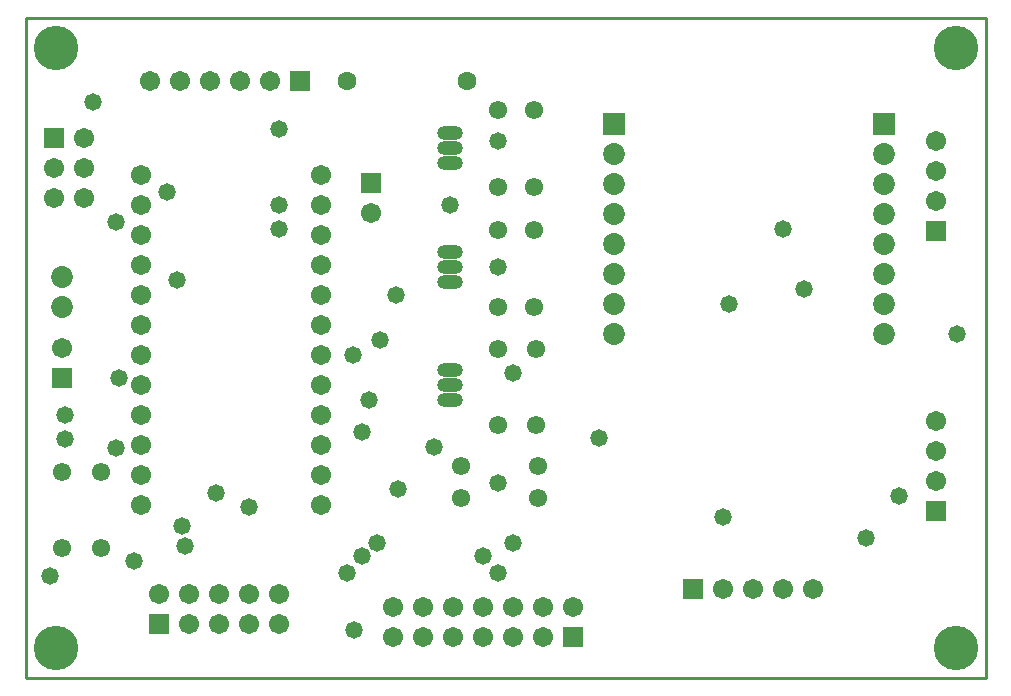
<source format=gts>
G04 Layer_Color=8388736*
%FSLAX25Y25*%
%MOIN*%
G70*
G01*
G75*
%ADD10C,0.01000*%
%ADD32R,0.06706X0.06706*%
%ADD33C,0.06706*%
%ADD34O,0.08674X0.04737*%
%ADD35O,0.08674X0.04737*%
%ADD36C,0.06706*%
%ADD37R,0.06706X0.06706*%
%ADD38C,0.07300*%
%ADD39R,0.07300X0.07300*%
%ADD40C,0.14800*%
%ADD41C,0.06115*%
%ADD42C,0.06312*%
%ADD43C,0.07296*%
%ADD44C,0.05800*%
D10*
X420000Y100000D02*
Y320000D01*
X100000Y100000D02*
X420000D01*
X100000D02*
Y320000D01*
X420000D01*
D32*
X215000Y265000D02*
D03*
X109500Y280000D02*
D03*
X403500Y155500D02*
D03*
Y249000D02*
D03*
X112000Y200000D02*
D03*
D33*
X215000Y255000D02*
D03*
X119500Y280000D02*
D03*
X109500Y270000D02*
D03*
X119500D02*
D03*
X109500Y260000D02*
D03*
X119500D02*
D03*
X141500Y299000D02*
D03*
X151500D02*
D03*
X161500D02*
D03*
X171500D02*
D03*
X181500D02*
D03*
X282500Y123500D02*
D03*
X272500Y113500D02*
D03*
Y123500D02*
D03*
X262500Y113500D02*
D03*
Y123500D02*
D03*
X252500Y113500D02*
D03*
Y123500D02*
D03*
X242500Y113500D02*
D03*
Y123500D02*
D03*
X232500Y113500D02*
D03*
Y123500D02*
D03*
X222500Y113500D02*
D03*
Y123500D02*
D03*
X362500Y129500D02*
D03*
X352500D02*
D03*
X342500D02*
D03*
X332500D02*
D03*
X144500Y128000D02*
D03*
X154500Y118000D02*
D03*
Y128000D02*
D03*
X164500Y118000D02*
D03*
Y128000D02*
D03*
X174500Y118000D02*
D03*
Y128000D02*
D03*
X184500Y118000D02*
D03*
Y128000D02*
D03*
X403500Y185500D02*
D03*
Y175500D02*
D03*
Y165500D02*
D03*
Y279000D02*
D03*
Y269000D02*
D03*
Y259000D02*
D03*
X112000Y210000D02*
D03*
D34*
X241500Y192500D02*
D03*
Y202500D02*
D03*
Y232000D02*
D03*
Y242000D02*
D03*
Y271500D02*
D03*
Y281500D02*
D03*
D35*
Y197500D02*
D03*
Y237000D02*
D03*
Y276500D02*
D03*
D36*
X198500Y157500D02*
D03*
Y167500D02*
D03*
Y177500D02*
D03*
Y187500D02*
D03*
Y197500D02*
D03*
Y207500D02*
D03*
Y217500D02*
D03*
Y227500D02*
D03*
Y237500D02*
D03*
Y247500D02*
D03*
Y257500D02*
D03*
Y267500D02*
D03*
X138500D02*
D03*
Y257500D02*
D03*
Y247500D02*
D03*
Y237500D02*
D03*
Y227500D02*
D03*
Y217500D02*
D03*
Y207500D02*
D03*
Y197500D02*
D03*
Y187500D02*
D03*
Y177500D02*
D03*
Y167500D02*
D03*
Y157500D02*
D03*
D37*
X191500Y299000D02*
D03*
X282500Y113500D02*
D03*
X322500Y129500D02*
D03*
X144500Y118000D02*
D03*
D38*
X296000Y214500D02*
D03*
Y234500D02*
D03*
Y244500D02*
D03*
Y254500D02*
D03*
Y264500D02*
D03*
Y274500D02*
D03*
Y224500D02*
D03*
X386000D02*
D03*
Y274500D02*
D03*
Y264500D02*
D03*
Y254500D02*
D03*
Y244500D02*
D03*
Y234500D02*
D03*
Y214500D02*
D03*
D39*
X296000Y284500D02*
D03*
X386000D02*
D03*
D40*
X410000Y310000D02*
D03*
Y110000D02*
D03*
X110000D02*
D03*
Y310000D02*
D03*
D41*
X257500Y184205D02*
D03*
Y209795D02*
D03*
X270000Y209795D02*
D03*
Y184205D02*
D03*
X257500Y223705D02*
D03*
Y249295D02*
D03*
X269500Y249295D02*
D03*
Y223705D02*
D03*
X257500Y263705D02*
D03*
Y289295D02*
D03*
X269500Y289295D02*
D03*
Y263705D02*
D03*
X245205Y170500D02*
D03*
X270795D02*
D03*
X245205Y160000D02*
D03*
X270795D02*
D03*
X112000Y143205D02*
D03*
Y168795D02*
D03*
X125000Y143205D02*
D03*
Y168795D02*
D03*
D42*
X247000Y299000D02*
D03*
X207000D02*
D03*
D43*
X112000Y233500D02*
D03*
Y223500D02*
D03*
D44*
X241500Y257500D02*
D03*
X131000Y200000D02*
D03*
X209000Y207500D02*
D03*
X209500Y116000D02*
D03*
X291000Y180000D02*
D03*
X252500Y140500D02*
D03*
X262500Y145000D02*
D03*
X257500Y135000D02*
D03*
X217000Y145000D02*
D03*
X212000Y140500D02*
D03*
X207000Y135000D02*
D03*
X212000Y182000D02*
D03*
X163500Y161500D02*
D03*
X214500Y192500D02*
D03*
X218000Y212500D02*
D03*
X262500Y201500D02*
D03*
X223500Y227500D02*
D03*
X236000Y177000D02*
D03*
X359500Y229500D02*
D03*
X257500Y237000D02*
D03*
X352500Y249500D02*
D03*
X257500Y279000D02*
D03*
X391000Y160500D02*
D03*
X380000Y146500D02*
D03*
X410500Y214500D02*
D03*
X334500Y224500D02*
D03*
X224000Y163000D02*
D03*
X174500Y157000D02*
D03*
X113000Y179500D02*
D03*
Y187500D02*
D03*
X130000Y176500D02*
D03*
Y252000D02*
D03*
X147000Y262000D02*
D03*
X257500Y165000D02*
D03*
X184500Y249500D02*
D03*
X108000Y134000D02*
D03*
X136000Y139000D02*
D03*
X332500Y153500D02*
D03*
X150500Y232500D02*
D03*
X184500Y283000D02*
D03*
X122500Y292000D02*
D03*
X184500Y257500D02*
D03*
X152000Y150500D02*
D03*
X153000Y144000D02*
D03*
M02*

</source>
